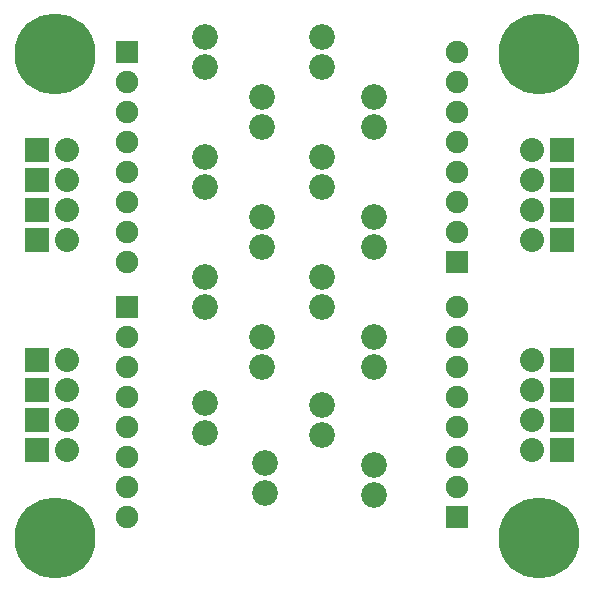
<source format=gts>
G04 (created by PCBNEW (2013-07-07 BZR 4022)-stable) date 10/24/2014 11:46:49 AM*
%MOIN*%
G04 Gerber Fmt 3.4, Leading zero omitted, Abs format*
%FSLAX34Y34*%
G01*
G70*
G90*
G04 APERTURE LIST*
%ADD10C,0.00590551*%
%ADD11C,0.086*%
%ADD12C,0.27*%
%ADD13R,0.08X0.08*%
%ADD14C,0.08*%
%ADD15R,0.075X0.075*%
%ADD16C,0.075*%
G04 APERTURE END LIST*
G54D10*
G54D11*
X67600Y-45700D03*
X67600Y-44700D03*
X71500Y-41500D03*
X71500Y-40500D03*
X73250Y-43500D03*
X73250Y-42500D03*
X71500Y-45750D03*
X71500Y-44750D03*
X73250Y-47750D03*
X73250Y-46750D03*
X69600Y-47700D03*
X69600Y-46700D03*
X69500Y-43500D03*
X69500Y-42500D03*
X67600Y-41500D03*
X67600Y-40500D03*
X69500Y-39500D03*
X69500Y-38500D03*
X67600Y-37500D03*
X67600Y-36500D03*
X69500Y-35500D03*
X69500Y-34500D03*
X67600Y-33500D03*
X67600Y-32500D03*
X71500Y-33500D03*
X71500Y-32500D03*
X73250Y-39500D03*
X73250Y-38500D03*
X71500Y-37500D03*
X71500Y-36500D03*
X73250Y-35500D03*
X73250Y-34500D03*
G54D12*
X78740Y-49212D03*
X62598Y-49212D03*
X78740Y-33070D03*
X62598Y-33070D03*
G54D13*
X79500Y-46250D03*
G54D14*
X78500Y-46250D03*
G54D13*
X79500Y-36250D03*
G54D14*
X78500Y-36250D03*
G54D13*
X79500Y-37250D03*
G54D14*
X78500Y-37250D03*
G54D13*
X79500Y-38250D03*
G54D14*
X78500Y-38250D03*
G54D13*
X79500Y-39250D03*
G54D14*
X78500Y-39250D03*
G54D13*
X79500Y-43250D03*
G54D14*
X78500Y-43250D03*
G54D13*
X79500Y-44250D03*
G54D14*
X78500Y-44250D03*
G54D13*
X79500Y-45250D03*
G54D14*
X78500Y-45250D03*
G54D13*
X62000Y-36250D03*
G54D14*
X63000Y-36250D03*
G54D13*
X62000Y-46250D03*
G54D14*
X63000Y-46250D03*
G54D13*
X62000Y-45250D03*
G54D14*
X63000Y-45250D03*
G54D13*
X62000Y-44250D03*
G54D14*
X63000Y-44250D03*
G54D13*
X62000Y-43250D03*
G54D14*
X63000Y-43250D03*
G54D13*
X62000Y-39250D03*
G54D14*
X63000Y-39250D03*
G54D13*
X62000Y-38250D03*
G54D14*
X63000Y-38250D03*
G54D13*
X62000Y-37250D03*
G54D14*
X63000Y-37250D03*
G54D15*
X65000Y-33000D03*
G54D16*
X65000Y-34000D03*
X65000Y-35000D03*
X65000Y-36000D03*
X65000Y-37000D03*
X65000Y-38000D03*
X65000Y-39000D03*
X65000Y-40000D03*
G54D15*
X65000Y-41500D03*
G54D16*
X65000Y-42500D03*
X65000Y-43500D03*
X65000Y-44500D03*
X65000Y-45500D03*
X65000Y-46500D03*
X65000Y-47500D03*
X65000Y-48500D03*
G54D15*
X76000Y-48500D03*
G54D16*
X76000Y-47500D03*
X76000Y-46500D03*
X76000Y-45500D03*
X76000Y-44500D03*
X76000Y-43500D03*
X76000Y-42500D03*
X76000Y-41500D03*
G54D15*
X76000Y-40000D03*
G54D16*
X76000Y-39000D03*
X76000Y-38000D03*
X76000Y-37000D03*
X76000Y-36000D03*
X76000Y-35000D03*
X76000Y-34000D03*
X76000Y-33000D03*
M02*

</source>
